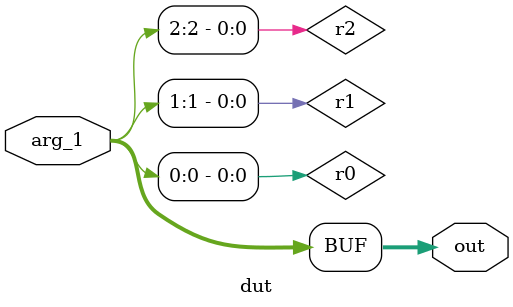
<source format=v>
module testbench();
    wire [2:0] out;
    reg [0:0] arg_0;
    reg [2:0] arg_1;
    reg [0:0] arg_2;
    dut t (.out(out),.arg_1(arg_1));
    initial begin
        arg_1 = 3'b000;
        #0;
        if (3'b000 !== out) begin
            $display("ASSERTION FAILED 0x%0h !== 0x%0h CASE 0", 3'b000, out);
            $finish;
        end
        arg_1 = 3'b001;
        #0;
        if (3'b001 !== out) begin
            $display("ASSERTION FAILED 0x%0h !== 0x%0h CASE 1", 3'b001, out);
            $finish;
        end
        arg_1 = 3'b010;
        #0;
        if (3'b010 !== out) begin
            $display("ASSERTION FAILED 0x%0h !== 0x%0h CASE 2", 3'b010, out);
            $finish;
        end
        arg_1 = 3'b011;
        #0;
        if (3'b011 !== out) begin
            $display("ASSERTION FAILED 0x%0h !== 0x%0h CASE 3", 3'b011, out);
            $finish;
        end
        arg_1 = 3'b100;
        #0;
        if (3'b100 !== out) begin
            $display("ASSERTION FAILED 0x%0h !== 0x%0h CASE 4", 3'b100, out);
            $finish;
        end
        arg_1 = 3'b101;
        #0;
        if (3'b101 !== out) begin
            $display("ASSERTION FAILED 0x%0h !== 0x%0h CASE 5", 3'b101, out);
            $finish;
        end
        arg_1 = 3'b110;
        #0;
        if (3'b110 !== out) begin
            $display("ASSERTION FAILED 0x%0h !== 0x%0h CASE 6", 3'b110, out);
            $finish;
        end
        arg_1 = 3'b111;
        #0;
        if (3'b111 !== out) begin
            $display("ASSERTION FAILED 0x%0h !== 0x%0h CASE 7", 3'b111, out);
            $finish;
        end
        $display("TESTBENCH OK", );
        $finish;
    end
endmodule
//
module dut(input wire [2:0] arg_1, output reg [2:0] out);
    reg [0:0] r0;
    reg [0:0] r1;
    reg [0:0] r2;
    always @(*) begin
        r0 = arg_1[0];
        r1 = arg_1[1];
        r2 = arg_1[2];
        // b
        //
        out = { r2, r1, r0 };
    end
endmodule

</source>
